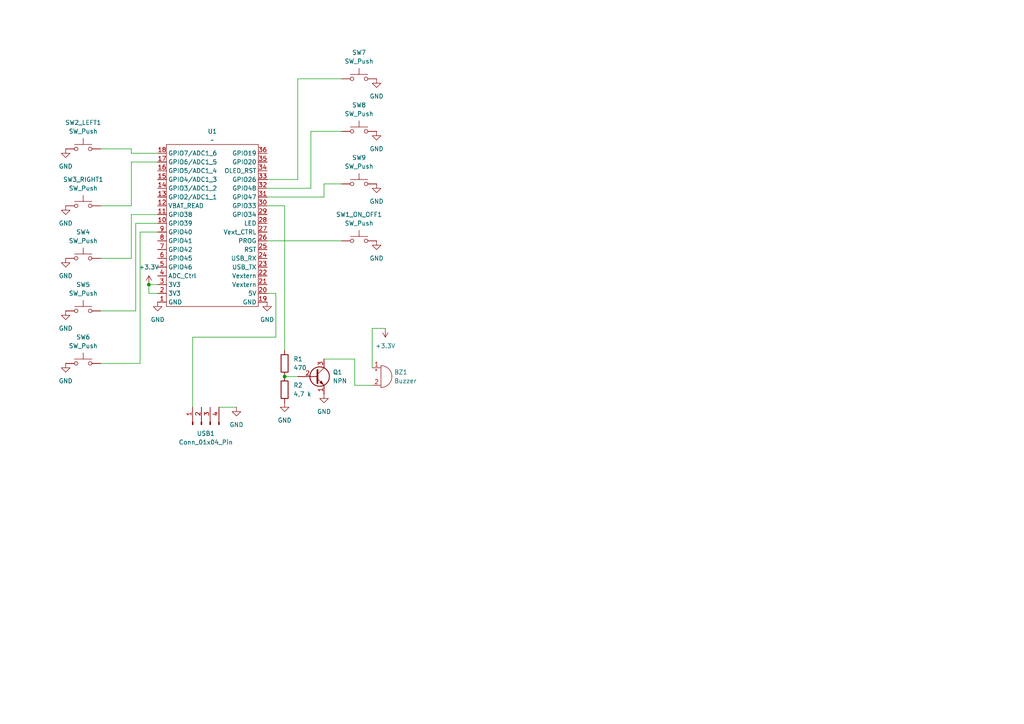
<source format=kicad_sch>
(kicad_sch (version 20231120) (generator "eeschema") (generator_version "8.0")
  (paper "A4")
  (lib_symbols
    (symbol "Connector:Conn_01x04_Pin" (pin_names (offset 1.016) hide)
      (property "Reference" "J" (at 0 5.08 0))
      (property "Value" "Conn_01x04_Pin" (at 0 -7.62 0))
      (symbol "Conn_01x04_Pin_1_1"
        (polyline (pts (xy 1.27 -5.08) (xy 0.8636 -5.08)) (stroke (width 0.1524)))
        (polyline (pts (xy 1.27 -2.54) (xy 0.8636 -2.54)) (stroke (width 0.1524)))
        (polyline (pts (xy 1.27 0) (xy 0.8636 0)) (stroke (width 0.1524)))
        (polyline (pts (xy 1.27 2.54) (xy 0.8636 2.54)) (stroke (width 0.1524)))
        (rectangle (start 0.8636 -4.953) (end 0 -5.207) (stroke (width 0.1524)) (fill (type outline)))
        (rectangle (start 0.8636 -2.413) (end 0 -2.667) (stroke (width 0.1524)) (fill (type outline)))
        (rectangle (start 0.8636 0.127) (end 0 -0.127) (stroke (width 0.1524)) (fill (type outline)))
        (rectangle (start 0.8636 2.667) (end 0 2.413) (stroke (width 0.1524)) (fill (type outline)))
        (pin passive line (at 5.08 2.54 180) (length 3.81) (name "Pin_1") (number "1"))
        (pin passive line (at 5.08 0 180) (length 3.81) (name "Pin_2") (number "2"))
        (pin passive line (at 5.08 -2.54 180) (length 3.81) (name "Pin_3") (number "3"))
        (pin passive line (at 5.08 -5.08 180) (length 3.81) (name "Pin_4") (number "4"))
      )
    )
    (symbol "Device:Buzzer" (pin_names (offset 0.0254) hide)
      (property "Reference" "BZ" (at 3.81 1.27 0))
      (property "Value" "Buzzer" (at 3.81 -1.27 0))
      (symbol "Buzzer_0_1"
        (arc (start 0 -3.175) (mid 3.1612 0) (end 0 3.175))
        (polyline (pts (xy -1.651 1.905) (xy -1.143 1.905)))
        (polyline (pts (xy -1.397 2.159) (xy -1.397 1.651)))
        (polyline (pts (xy 0 3.175) (xy 0 -3.175)))
      )
      (symbol "Buzzer_1_1"
        (pin passive line (at -2.54 2.54 0) (length 2.54) (name "+") (number "1"))
        (pin passive line (at -2.54 -2.54 0) (length 2.54) (name "-") (number "2"))
      )
    )
    (symbol "Device:R" (pin_numbers hide) (pin_names (offset 0))
      (property "Reference" "R" (at 2.032 0 90))
      (property "Value" "R" (at 0 0 90))
      (symbol "R_0_1"
        (rectangle (start -1.016 -2.54) (end 1.016 2.54) (stroke (width 0.254)))
      )
      (symbol "R_1_1"
        (pin passive line (at 0 3.81 270) (length 1.27) (name "~") (number "1"))
        (pin passive line (at 0 -3.81 90) (length 1.27) (name "~") (number "2"))
      )
    )
    (symbol "ESP32:Heltec_LoRa_32_V3"
      (property "Reference" "U" (at 0 -22.86 0))
      (symbol "Heltec_LoRa_32_V3_0_1"
        (rectangle (start -13.97 22.86) (end 12.7 -24.13))
      )
      (symbol "Heltec_LoRa_32_V3_1_1"
        (pin input line (at -16.51 -22.86 0) (length 2.54) (name "GND") (number "1"))
        (pin bidirectional line (at -16.51 0 0) (length 2.54) (name "GPIO39") (number "10"))
        (pin bidirectional line (at -16.51 2.54 0) (length 2.54) (name "GPIO38") (number "11"))
        (pin bidirectional line (at -16.51 5.08 0) (length 2.54) (name "VBAT_READ") (number "12"))
        (pin bidirectional line (at -16.51 7.62 0) (length 2.54) (name "GPIO2/ADC1_1") (number "13"))
        (pin bidirectional line (at -16.51 10.16 0) (length 2.54) (name "GPIO3/ADC1_2") (number "14"))
        (pin bidirectional line (at -16.51 12.7 0) (length 2.54) (name "GPIO4/ADC1_3") (number "15"))
        (pin bidirectional line (at -16.51 15.24 0) (length 2.54) (name "GPIO5/ADC1_4") (number "16"))
        (pin bidirectional line (at -16.51 17.78 0) (length 2.54) (name "GPIO6/ADC1_5") (number "17"))
        (pin bidirectional line (at -16.51 20.32 0) (length 2.54) (name "GPIO7/ADC1_6") (number "18"))
        (pin input line (at 15.24 -22.86 180) (length 2.54) (name "GND") (number "19"))
        (pin power_out line (at -16.51 -20.32 0) (length 2.54) (name "3V3") (number "2"))
        (pin power_out line (at 15.24 -20.32 180) (length 2.54) (name "5V") (number "20"))
        (pin power_out line (at 15.24 -17.78 180) (length 2.54) (name "Vextern") (number "21"))
        (pin power_out line (at 15.24 -15.24 180) (length 2.54) (name "Vextern") (number "22"))
        (pin output line (at 15.24 -12.7 180) (length 2.54) (name "USB_TX") (number "23"))
        (pin input line (at 15.24 -10.16 180) (length 2.54) (name "USB_RX") (number "24"))
        (pin input line (at 15.24 -7.62 180) (length 2.54) (name "RST") (number "25"))
        (pin input line (at 15.24 -5.08 180) (length 2.54) (name "PROG") (number "26"))
        (pin output line (at 15.24 -2.54 180) (length 2.54) (name "Vext_CTRL") (number "27"))
        (pin output line (at 15.24 0 180) (length 2.54) (name "LED") (number "28"))
        (pin bidirectional line (at 15.24 2.54 180) (length 2.54) (name "GPIO34") (number "29"))
        (pin power_out line (at -16.51 -17.78 0) (length 2.54) (name "3V3") (number "3"))
        (pin bidirectional line (at 15.24 5.08 180) (length 2.54) (name "GPIO33") (number "30"))
        (pin bidirectional line (at 15.24 7.62 180) (length 2.54) (name "GPIO47") (number "31"))
        (pin bidirectional line (at 15.24 10.16 180) (length 2.54) (name "GPIO48") (number "32"))
        (pin bidirectional line (at 15.24 12.7 180) (length 2.54) (name "GPIO26") (number "33"))
        (pin output line (at 15.24 15.24 180) (length 2.54) (name "OLED_RST") (number "34"))
        (pin bidirectional line (at 15.24 17.78 180) (length 2.54) (name "GPIO20") (number "35"))
        (pin bidirectional line (at 15.24 20.32 180) (length 2.54) (name "GPIO19") (number "36"))
        (pin output line (at -16.51 -15.24 0) (length 2.54) (name "ADC_Ctrl") (number "4"))
        (pin bidirectional line (at -16.51 -12.7 0) (length 2.54) (name "GPIO46") (number "5"))
        (pin bidirectional line (at -16.51 -10.16 0) (length 2.54) (name "GPIO45") (number "6"))
        (pin bidirectional line (at -16.51 -7.62 0) (length 2.54) (name "GPIO42") (number "7"))
        (pin bidirectional line (at -16.51 -5.08 0) (length 2.54) (name "GPIO41") (number "8"))
        (pin bidirectional line (at -16.51 -2.54 0) (length 2.54) (name "GPIO40") (number "9"))
      )
    )
    (symbol "Switch:SW_Push" (pin_numbers hide) (pin_names (offset 1.016) hide)
      (property "Reference" "SW" (at 1.27 2.54 0))
      (property "Value" "SW_Push" (at 0 -1.524 0))
      (symbol "SW_Push_0_1"
        (circle (center -2.032 0) (radius 0.508))
        (polyline (pts (xy 0 1.27) (xy 0 3.048)))
        (polyline (pts (xy 2.54 1.27) (xy -2.54 1.27)))
        (circle (center 2.032 0) (radius 0.508))
        (pin passive line (at -5.08 0 0) (length 2.54) (name "1") (number "1"))
        (pin passive line (at 5.08 0 180) (length 2.54) (name "2") (number "2"))
      )
    )
    (symbol "Transistor_BJT:2N3904" (pin_names (offset 0) hide)
      (property "Reference" "Q" (at 5.08 1.905 0))
      (property "Value" "2N3904" (at 5.08 0 0))
      (symbol "2N3904_0_1"
        (polyline (pts (xy 0.635 0.635) (xy 2.54 2.54)))
        (polyline (pts (xy 0.635 -0.635) (xy 2.54 -2.54) (xy 2.54 -2.54)))
        (polyline (pts (xy 0.635 1.905) (xy 0.635 -1.905) (xy 0.635 -1.905)) (stroke (width 0.508)))
        (polyline (pts (xy 1.27 -1.778) (xy 1.778 -1.27) (xy 2.286 -2.286) (xy 1.27 -1.778) (xy 1.27 -1.778)) (fill (type outline)))
        (circle (center 1.27 0) (radius 2.8194) (stroke (width 0.254)))
      )
      (symbol "2N3904_1_1"
        (pin passive line (at 2.54 -5.08 90) (length 2.54) (name "E") (number "1"))
        (pin passive line (at -5.08 0 0) (length 5.715) (name "B") (number "2"))
        (pin passive line (at 2.54 5.08 270) (length 2.54) (name "C") (number "3"))
      )
    )
    (symbol "power:+3.3V" (power) (pin_numbers hide) (pin_names (offset 0) hide)
      (property "Value" "+3.3V" (at 0 3.556 0))
      (symbol "+3.3V_0_1"
        (polyline (pts (xy -0.762 1.27) (xy 0 2.54)))
        (polyline (pts (xy 0 0) (xy 0 2.54)))
        (polyline (pts (xy 0 2.54) (xy 0.762 1.27)))
      )
      (symbol "+3.3V_1_1"
        (pin power_in line (at 0 0 90) (length 0) (name "~") (number "1"))
      )
    )
    (symbol "power:GND" (power) (pin_numbers hide) (pin_names (offset 0) hide)
      (property "Value" "GND" (at 0 -3.81 0))
      (symbol "GND_0_1"
        (polyline (pts (xy 0 0) (xy 0 -1.27) (xy 1.27 -1.27) (xy 0 -2.54) (xy -1.27 -1.27) (xy 0 -1.27)))
      )
      (symbol "GND_1_1"
        (pin power_in line (at 0 0 270) (length 0) (name "~") (number "1"))
      )
    )
  )
  (junction (at 82.55 109.22))
  (junction (at 43.18 82.55))
  (wire (pts (xy 77.47 57.15) (xy 93.98 57.15)))
  (wire (pts (xy 82.55 59.69) (xy 82.55 101.6)))
  (wire (pts (xy 86.36 52.07) (xy 86.36 22.86)))
  (wire (pts (xy 29.21 74.93) (xy 38.1 74.93)))
  (wire (pts (xy 93.98 57.15) (xy 93.98 53.34)))
  (wire (pts (xy 38.1 44.45) (xy 45.72 44.45)))
  (wire (pts (xy 38.1 74.93) (xy 38.1 62.23)))
  (wire (pts (xy 29.21 43.18) (xy 38.1 43.18)))
  (wire (pts (xy 77.47 69.85) (xy 99.06 69.85)))
  (wire (pts (xy 82.55 109.22) (xy 86.36 109.22)))
  (wire (pts (xy 80.01 97.79) (xy 80.01 85.09)))
  (wire (pts (xy 29.21 105.41) (xy 40.64 105.41)))
  (wire (pts (xy 38.1 46.99) (xy 45.72 46.99)))
  (wire (pts (xy 40.64 105.41) (xy 40.64 67.31)))
  (wire (pts (xy 90.17 38.1) (xy 99.06 38.1)))
  (wire (pts (xy 38.1 62.23) (xy 45.72 62.23)))
  (wire (pts (xy 40.64 67.31) (xy 45.72 67.31)))
  (wire (pts (xy 90.17 54.61) (xy 90.17 38.1)))
  (wire (pts (xy 102.87 104.14) (xy 93.98 104.14)))
  (wire (pts (xy 43.18 82.55) (xy 43.18 85.09)))
  (wire (pts (xy 93.98 53.34) (xy 99.06 53.34)))
  (wire (pts (xy 39.37 90.17) (xy 39.37 64.77)))
  (wire (pts (xy 102.87 111.76) (xy 102.87 104.14)))
  (wire (pts (xy 77.47 59.69) (xy 82.55 59.69)))
  (wire (pts (xy 55.88 97.79) (xy 80.01 97.79)))
  (wire (pts (xy 29.21 90.17) (xy 39.37 90.17)))
  (wire (pts (xy 55.88 118.11) (xy 55.88 97.79)))
  (wire (pts (xy 38.1 59.69) (xy 38.1 46.99)))
  (wire (pts (xy 80.01 85.09) (xy 77.47 85.09)))
  (wire (pts (xy 102.87 111.76) (xy 107.95 111.76)))
  (wire (pts (xy 29.21 59.69) (xy 38.1 59.69)))
  (wire (pts (xy 86.36 22.86) (xy 99.06 22.86)))
  (wire (pts (xy 63.5 118.11) (xy 68.58 118.11)))
  (wire (pts (xy 107.95 95.25) (xy 107.95 106.68)))
  (wire (pts (xy 77.47 54.61) (xy 90.17 54.61)))
  (wire (pts (xy 43.18 85.09) (xy 45.72 85.09)))
  (wire (pts (xy 77.47 52.07) (xy 86.36 52.07)))
  (wire (pts (xy 39.37 64.77) (xy 45.72 64.77)))
  (wire (pts (xy 38.1 43.18) (xy 38.1 44.45)))
  (wire (pts (xy 43.18 82.55) (xy 45.72 82.55)))
  (wire (pts (xy 111.76 95.25) (xy 107.95 95.25)))
  (symbol (lib_id "Device:R") (at 82.55 113.03 0) (unit 1)
    (property "Reference" "R2" (at 85.09 111.7599 0) (effects (justify left)))
    (property "Value" "4,7 k" (at 85.09 114.2999 0) (effects (justify left)))
    (property "Footprint" "Resistor_SMD:R_0805_2012Metric_Pad1.20x1.40mm_HandSolder" (effects (hide yes)))
    (property "Description" "Resistor" (effects (hide yes)))
  )
  (symbol (lib_id "Switch:SW_Push") (at 24.13 105.41 0) (unit 1)
    (property "Reference" "SW6" (at 24.13 97.79 0))
    (property "Value" "SW_Push" (at 24.13 100.33 0))
    (property "Footprint" "Button_Switch_SMD:SW_SPST_Omron_B3FS-100xP" (effects (hide yes)))
    (property "Description" "Push button switch, generic, two pins" (effects (hide yes)))
  )
  (symbol (lib_id "power:GND") (at 19.05 74.93 0) (unit 1)
    (property "Reference" "#PWR06" (effects (hide yes)))
    (property "Value" "GND" (at 19.05 80.01 0))
    (property "Description" "Power symbol creates a global label with name \"GND\" , ground" (effects (hide yes)))
  )
  (symbol (lib_id "Connector:Conn_01x04_Pin") (at 58.42 123.19 90) (unit 1)
    (property "Reference" "USB1" (at 59.69 125.73 90))
    (property "Value" "Conn_01x04_Pin" (at 59.69 128.27 90))
    (property "Footprint" "Connector_PinSocket_2.54mm:PinSocket_1x04_P2.54mm_Vertical" (effects (hide yes)))
    (property "Description" "Generic connector, single row, 01x04, script generated" (effects (hide yes)))
  )
  (symbol (lib_id "Switch:SW_Push") (at 104.14 38.1 0) (unit 1)
    (property "Reference" "SW8" (at 104.14 30.48 0))
    (property "Value" "SW_Push" (at 104.14 33.02 0))
    (property "Footprint" "Button_Switch_SMD:SW_SPST_Omron_B3FS-100xP" (effects (hide yes)))
    (property "Description" "Push button switch, generic, two pins" (effects (hide yes)))
  )
  (symbol (lib_id "Switch:SW_Push") (at 24.13 43.18 0) (unit 1)
    (property "Reference" "SW2_LEFT1" (at 24.13 35.56 0))
    (property "Value" "SW_Push" (at 24.13 38.1 0))
    (property "Footprint" "Button_Switch_SMD:SW_SPST_Omron_B3FS-100xP" (effects (hide yes)))
    (property "Description" "Push button switch, generic, two pins" (effects (hide yes)))
  )
  (symbol (lib_id "power:GND") (at 68.58 118.11 0) (unit 1)
    (property "Reference" "#PWR015" (effects (hide yes)))
    (property "Value" "GND" (at 68.58 123.19 0))
    (property "Description" "Power symbol creates a global label with name \"GND\" , ground" (effects (hide yes)))
  )
  (symbol (lib_id "Transistor_BJT:2N3904") (at 91.44 109.22 0) (unit 1)
    (property "Reference" "Q1" (at 96.52 107.9499 0) (effects (justify left)))
    (property "Value" "NPN" (at 96.52 110.4899 0) (effects (justify left)))
    (property "Footprint" "Package_TO_SOT_THT:TO-92_Inline" (effects (hide yes)))
    (property "Datasheet" "https://www.onsemi.com/pub/Collateral/2N3903-D.PDF" (effects (hide yes)))
    (property "Description" "0.2A Ic, 40V Vce, Small Signal NPN Transistor, TO-92" (effects (hide yes)))
    (property "Sim.Device" "PNP" (effects (hide yes)))
    (property "Sim.Type" "GUMMELPOON" (effects (hide yes)))
    (property "Sim.Pins" "1=C 2=B 3=E" (effects (hide yes)))
  )
  (symbol (lib_id "power:GND") (at 19.05 90.17 0) (unit 1)
    (property "Reference" "#PWR07" (effects (hide yes)))
    (property "Value" "GND" (at 19.05 95.25 0))
    (property "Description" "Power symbol creates a global label with name \"GND\" , ground" (effects (hide yes)))
  )
  (symbol (lib_id "Switch:SW_Push") (at 104.14 69.85 0) (unit 1)
    (property "Reference" "SW1_ON_OFF1" (at 104.14 62.23 0))
    (property "Value" "SW_Push" (at 104.14 64.77 0))
    (property "Footprint" "Button_Switch_SMD:SW_SPST_Omron_B3FS-100xP" (effects (hide yes)))
    (property "Description" "Push button switch, generic, two pins" (effects (hide yes)))
  )
  (symbol (lib_id "Device:R") (at 82.55 105.41 0) (unit 1)
    (property "Reference" "R1" (at 85.09 104.1399 0) (effects (justify left)))
    (property "Value" "470" (at 85.09 106.6799 0) (effects (justify left)))
    (property "Footprint" "Resistor_SMD:R_0805_2012Metric_Pad1.20x1.40mm_HandSolder" (effects (hide yes)))
    (property "Description" "Resistor" (effects (hide yes)))
  )
  (symbol (lib_id "Switch:SW_Push") (at 104.14 53.34 0) (unit 1)
    (property "Reference" "SW9" (at 104.14 45.72 0))
    (property "Value" "SW_Push" (at 104.14 48.26 0))
    (property "Footprint" "Button_Switch_SMD:SW_SPST_Omron_B3FS-100xP" (effects (hide yes)))
    (property "Description" "Push button switch, generic, two pins" (effects (hide yes)))
  )
  (symbol (lib_id "power:GND") (at 19.05 59.69 0) (unit 1)
    (property "Reference" "#PWR05" (effects (hide yes)))
    (property "Value" "GND" (at 19.05 64.77 0))
    (property "Description" "Power symbol creates a global label with name \"GND\" , ground" (effects (hide yes)))
  )
  (symbol (lib_id "power:GND") (at 77.47 87.63 0) (unit 1)
    (property "Reference" "#PWR02" (effects (hide yes)))
    (property "Value" "GND" (at 77.47 92.71 0))
    (property "Description" "Power symbol creates a global label with name \"GND\" , ground" (effects (hide yes)))
  )
  (symbol (lib_id "power:GND") (at 109.22 38.1 0) (unit 1)
    (property "Reference" "#PWR010" (effects (hide yes)))
    (property "Value" "GND" (at 109.22 43.18 0))
    (property "Description" "Power symbol creates a global label with name \"GND\" , ground" (effects (hide yes)))
  )
  (symbol (lib_id "power:+3.3V") (at 43.18 82.55 0) (unit 1)
    (property "Reference" "#PWR014" (effects (hide yes)))
    (property "Value" "+3.3V" (at 43.18 77.47 0))
    (property "Description" "Power symbol creates a global label with name \"+3.3V\"" (effects (hide yes)))
  )
  (symbol (lib_id "Switch:SW_Push") (at 104.14 22.86 0) (unit 1)
    (property "Reference" "SW7" (at 104.14 15.24 0))
    (property "Value" "SW_Push" (at 104.14 17.78 0))
    (property "Footprint" "Button_Switch_SMD:SW_SPST_Omron_B3FS-100xP" (effects (hide yes)))
    (property "Description" "Push button switch, generic, two pins" (effects (hide yes)))
  )
  (symbol (lib_id "Switch:SW_Push") (at 24.13 74.93 0) (unit 1)
    (property "Reference" "SW4" (at 24.13 67.31 0))
    (property "Value" "SW_Push" (at 24.13 69.85 0))
    (property "Footprint" "Button_Switch_SMD:SW_SPST_Omron_B3FS-100xP" (effects (hide yes)))
    (property "Description" "Push button switch, generic, two pins" (effects (hide yes)))
  )
  (symbol (lib_id "power:GND") (at 109.22 53.34 0) (unit 1)
    (property "Reference" "#PWR09" (effects (hide yes)))
    (property "Value" "GND" (at 109.22 58.42 0))
    (property "Description" "Power symbol creates a global label with name \"GND\" , ground" (effects (hide yes)))
  )
  (symbol (lib_id "Device:Buzzer") (at 110.49 109.22 0) (unit 1)
    (property "Reference" "BZ1" (at 114.3 107.9499 0) (effects (justify left)))
    (property "Value" "Buzzer" (at 114.3 110.4899 0) (effects (justify left)))
    (property "Footprint" "Buzzer_Beeper:Buzzer_12x9.5RM7.6" (effects (hide yes)))
    (property "Description" "Buzzer, polarized" (effects (hide yes)))
  )
  (symbol (lib_id "power:GND") (at 109.22 22.86 0) (unit 1)
    (property "Reference" "#PWR011" (effects (hide yes)))
    (property "Value" "GND" (at 109.22 27.94 0))
    (property "Description" "Power symbol creates a global label with name \"GND\" , ground" (effects (hide yes)))
  )
  (symbol (lib_id "power:+3.3V") (at 111.76 95.25 180) (unit 1)
    (property "Reference" "#PWR013" (effects (hide yes)))
    (property "Value" "+3.3V" (at 111.76 100.33 0))
    (property "Description" "Power symbol creates a global label with name \"+3.3V\"" (effects (hide yes)))
  )
  (symbol (lib_id "Switch:SW_Push") (at 24.13 90.17 0) (unit 1)
    (property "Reference" "SW5" (at 24.13 82.55 0))
    (property "Value" "SW_Push" (at 24.13 85.09 0))
    (property "Footprint" "Button_Switch_SMD:SW_SPST_Omron_B3FS-100xP" (effects (hide yes)))
    (property "Description" "Push button switch, generic, two pins" (effects (hide yes)))
  )
  (symbol (lib_id "power:GND") (at 82.55 116.84 0) (unit 1)
    (property "Reference" "#PWR016" (effects (hide yes)))
    (property "Value" "GND" (at 82.55 121.92 0))
    (property "Description" "Power symbol creates a global label with name \"GND\" , ground" (effects (hide yes)))
  )
  (symbol (lib_id "power:GND") (at 109.22 69.85 0) (unit 1)
    (property "Reference" "#PWR03" (effects (hide yes)))
    (property "Value" "GND" (at 109.22 74.93 0))
    (property "Description" "Power symbol creates a global label with name \"GND\" , ground" (effects (hide yes)))
  )
  (symbol (lib_id "Switch:SW_Push") (at 24.13 59.69 0) (unit 1)
    (property "Reference" "SW3_RIGHT1" (at 24.13 52.07 0))
    (property "Value" "SW_Push" (at 24.13 54.61 0))
    (property "Footprint" "Button_Switch_SMD:SW_SPST_Omron_B3FS-100xP" (effects (hide yes)))
    (property "Description" "Push button switch, generic, two pins" (effects (hide yes)))
  )
  (symbol (lib_id "ESP32:Heltec_LoRa_32_V3") (at 62.23 64.77 0) (unit 1)
    (property "Reference" "U1" (at 61.595 38.1 0))
    (property "Value" "~" (at 61.595 40.64 0))
    (property "Footprint" "Node:Heltec LoRa 32 V3" (effects (hide yes)))
  )
  (symbol (lib_id "power:GND") (at 93.98 114.3 0) (unit 1)
    (property "Reference" "#PWR012" (effects (hide yes)))
    (property "Value" "GND" (at 93.98 119.38 0))
    (property "Description" "Power symbol creates a global label with name \"GND\" , ground" (effects (hide yes)))
  )
  (symbol (lib_id "power:GND") (at 45.72 87.63 0) (unit 1)
    (property "Reference" "#PWR01" (effects (hide yes)))
    (property "Value" "GND" (at 45.72 92.71 0))
    (property "Description" "Power symbol creates a global label with name \"GND\" , ground" (effects (hide yes)))
  )
  (symbol (lib_id "power:GND") (at 19.05 105.41 0) (unit 1)
    (property "Reference" "#PWR08" (effects (hide yes)))
    (property "Value" "GND" (at 19.05 110.49 0))
    (property "Description" "Power symbol creates a global label with name \"GND\" , ground" (effects (hide yes)))
  )
  (symbol (lib_id "power:GND") (at 19.05 43.18 0) (unit 1)
    (property "Reference" "#PWR04" (effects (hide yes)))
    (property "Value" "GND" (at 19.05 48.26 0))
    (property "Description" "Power symbol creates a global label with name \"GND\" , ground" (effects (hide yes)))
  )
)
</source>
